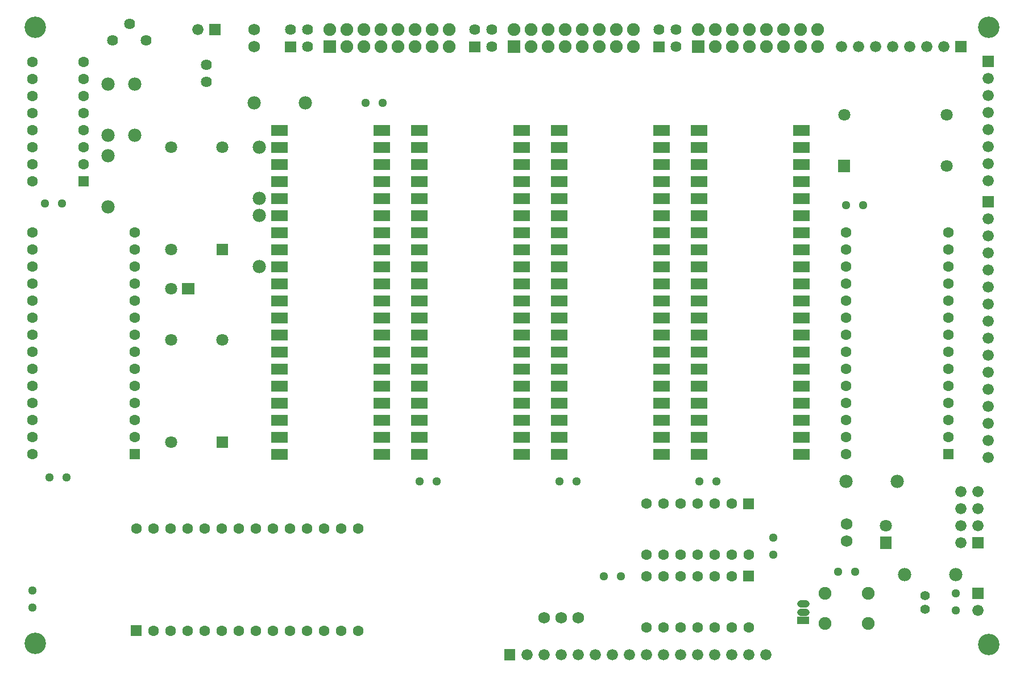
<source format=gts>
G04 Layer: TopSolderMaskLayer*
G04 EasyEDA v6.4.25, 2021-11-27T09:28:47--8:00*
G04 2bb479a7f6b54dcc958ccff802dfd9b2,a81d661f06f64e70a3419793c5b4ef82,10*
G04 Gerber Generator version 0.2*
G04 Scale: 100 percent, Rotated: No, Reflected: No *
G04 Dimensions in millimeters *
G04 leading zeros omitted , absolute positions ,4 integer and 5 decimal *
%FSLAX45Y45*%
%MOMM*%

%ADD44C,1.1032*%
%ADD45C,1.9812*%
%ADD46R,1.6002X1.6002*%
%ADD47C,1.6002*%
%ADD48C,3.2032*%
%ADD50C,1.6256*%
%ADD51C,1.4016*%
%ADD52C,1.7526*%
%ADD53R,1.8032X1.8032*%
%ADD54C,1.8032*%
%ADD56C,1.8016*%
%ADD58R,1.6764X1.6764*%
%ADD59C,1.6764*%
%ADD60C,1.2954*%
%ADD62C,1.9016*%
%ADD64C,1.7272*%

%LPD*%
D44*
X11801401Y1016000D02*
G01*
X11871401Y1016000D01*
X11801401Y889000D02*
G01*
X11871401Y889000D01*
D45*
G01*
X1879600Y8750300D03*
G01*
X1879600Y7988300D03*
G01*
X1485900Y6921500D03*
G01*
X1485900Y7683500D03*
G36*
X10943590Y1342389D02*
G01*
X10943590Y1502410D01*
X11103609Y1502410D01*
X11103609Y1342389D01*
G37*
D47*
G01*
X10769600Y1422400D03*
G01*
X10515600Y1422400D03*
G01*
X10261600Y1422400D03*
G01*
X10007600Y1422400D03*
G01*
X9753600Y1422400D03*
G01*
X9499600Y1422400D03*
G01*
X9499600Y660400D03*
G01*
X9753600Y660400D03*
G01*
X10007600Y660400D03*
G01*
X10261600Y660400D03*
G01*
X10515600Y660400D03*
G01*
X10769600Y660400D03*
G01*
X11023600Y660400D03*
G36*
X10943590Y2421889D02*
G01*
X10943590Y2581910D01*
X11103609Y2581910D01*
X11103609Y2421889D01*
G37*
G01*
X10769600Y2501900D03*
G01*
X10515600Y2501900D03*
G01*
X10261600Y2501900D03*
G01*
X10007600Y2501900D03*
G01*
X9753600Y2501900D03*
G01*
X9499600Y2501900D03*
G01*
X9499600Y1739900D03*
G01*
X9753600Y1739900D03*
G01*
X10007600Y1739900D03*
G01*
X10261600Y1739900D03*
G01*
X10515600Y1739900D03*
G01*
X10769600Y1739900D03*
G01*
X11023600Y1739900D03*
D48*
G01*
X399999Y9600001D03*
G01*
X14599920Y9599929D03*
G01*
X400050Y419100D03*
G01*
X14599920Y400050D03*
G36*
X3918458Y7984236D02*
G01*
X3918458Y8144510D01*
X4158741Y8144510D01*
X4158741Y7984236D01*
G37*
G36*
X3918458Y7730236D02*
G01*
X3918458Y7890510D01*
X4158741Y7890510D01*
X4158741Y7730236D01*
G37*
G36*
X3918458Y7476236D02*
G01*
X3918458Y7636510D01*
X4158741Y7636510D01*
X4158741Y7476236D01*
G37*
G36*
X3918458Y7222236D02*
G01*
X3918458Y7382510D01*
X4158741Y7382510D01*
X4158741Y7222236D01*
G37*
G36*
X3918458Y6968236D02*
G01*
X3918458Y7128510D01*
X4158741Y7128510D01*
X4158741Y6968236D01*
G37*
G36*
X3918458Y6714236D02*
G01*
X3918458Y6874510D01*
X4158741Y6874510D01*
X4158741Y6714236D01*
G37*
G36*
X3918458Y6460236D02*
G01*
X3918458Y6620510D01*
X4158741Y6620510D01*
X4158741Y6460236D01*
G37*
G36*
X3918458Y6206236D02*
G01*
X3918458Y6366510D01*
X4158741Y6366510D01*
X4158741Y6206236D01*
G37*
G36*
X3918458Y5952236D02*
G01*
X3918458Y6112510D01*
X4158741Y6112510D01*
X4158741Y5952236D01*
G37*
G36*
X3918458Y5698236D02*
G01*
X3918458Y5858510D01*
X4158741Y5858510D01*
X4158741Y5698236D01*
G37*
G36*
X3918458Y5444236D02*
G01*
X3918458Y5604510D01*
X4158741Y5604510D01*
X4158741Y5444236D01*
G37*
G36*
X3918458Y5190236D02*
G01*
X3918458Y5350510D01*
X4158741Y5350510D01*
X4158741Y5190236D01*
G37*
G36*
X3918458Y4936236D02*
G01*
X3918458Y5096510D01*
X4158741Y5096510D01*
X4158741Y4936236D01*
G37*
G36*
X3918458Y4682236D02*
G01*
X3918458Y4842510D01*
X4158741Y4842510D01*
X4158741Y4682236D01*
G37*
G36*
X3918458Y4428236D02*
G01*
X3918458Y4588510D01*
X4158741Y4588510D01*
X4158741Y4428236D01*
G37*
G36*
X3918458Y4174236D02*
G01*
X3918458Y4334510D01*
X4158741Y4334510D01*
X4158741Y4174236D01*
G37*
G36*
X3918458Y3920236D02*
G01*
X3918458Y4080510D01*
X4158741Y4080510D01*
X4158741Y3920236D01*
G37*
G36*
X3918458Y3666236D02*
G01*
X3918458Y3826510D01*
X4158741Y3826510D01*
X4158741Y3666236D01*
G37*
G36*
X3918458Y3412236D02*
G01*
X3918458Y3572510D01*
X4158741Y3572510D01*
X4158741Y3412236D01*
G37*
G36*
X3918458Y3158236D02*
G01*
X3918458Y3318510D01*
X4158741Y3318510D01*
X4158741Y3158236D01*
G37*
G36*
X5442458Y3158236D02*
G01*
X5442458Y3318510D01*
X5682741Y3318510D01*
X5682741Y3158236D01*
G37*
G36*
X5442458Y3412236D02*
G01*
X5442458Y3572510D01*
X5682741Y3572510D01*
X5682741Y3412236D01*
G37*
G36*
X5442458Y3666236D02*
G01*
X5442458Y3826510D01*
X5682741Y3826510D01*
X5682741Y3666236D01*
G37*
G36*
X5442458Y3920236D02*
G01*
X5442458Y4080510D01*
X5682741Y4080510D01*
X5682741Y3920236D01*
G37*
G36*
X5442458Y4174236D02*
G01*
X5442458Y4334510D01*
X5682741Y4334510D01*
X5682741Y4174236D01*
G37*
G36*
X5442458Y4428236D02*
G01*
X5442458Y4588510D01*
X5682741Y4588510D01*
X5682741Y4428236D01*
G37*
G36*
X5442458Y4682236D02*
G01*
X5442458Y4842510D01*
X5682741Y4842510D01*
X5682741Y4682236D01*
G37*
G36*
X5442458Y4936236D02*
G01*
X5442458Y5096510D01*
X5682741Y5096510D01*
X5682741Y4936236D01*
G37*
G36*
X5442458Y5190236D02*
G01*
X5442458Y5350510D01*
X5682741Y5350510D01*
X5682741Y5190236D01*
G37*
G36*
X5442458Y5444236D02*
G01*
X5442458Y5604510D01*
X5682741Y5604510D01*
X5682741Y5444236D01*
G37*
G36*
X5442458Y5698236D02*
G01*
X5442458Y5858510D01*
X5682741Y5858510D01*
X5682741Y5698236D01*
G37*
G36*
X5442458Y5952236D02*
G01*
X5442458Y6112510D01*
X5682741Y6112510D01*
X5682741Y5952236D01*
G37*
G36*
X5442458Y6206236D02*
G01*
X5442458Y6366510D01*
X5682741Y6366510D01*
X5682741Y6206236D01*
G37*
G36*
X5442458Y6460236D02*
G01*
X5442458Y6620510D01*
X5682741Y6620510D01*
X5682741Y6460236D01*
G37*
G36*
X5442458Y6714236D02*
G01*
X5442458Y6874510D01*
X5682741Y6874510D01*
X5682741Y6714236D01*
G37*
G36*
X5442458Y6968236D02*
G01*
X5442458Y7128510D01*
X5682741Y7128510D01*
X5682741Y6968236D01*
G37*
G36*
X5442458Y7222236D02*
G01*
X5442458Y7382510D01*
X5682741Y7382510D01*
X5682741Y7222236D01*
G37*
G36*
X5442458Y7476236D02*
G01*
X5442458Y7636510D01*
X5682741Y7636510D01*
X5682741Y7476236D01*
G37*
G36*
X5442458Y7730236D02*
G01*
X5442458Y7890510D01*
X5682741Y7890510D01*
X5682741Y7730236D01*
G37*
G36*
X5442458Y7984236D02*
G01*
X5442458Y8144510D01*
X5682741Y8144510D01*
X5682741Y7984236D01*
G37*
G36*
X6001258Y7984236D02*
G01*
X6001258Y8144510D01*
X6241541Y8144510D01*
X6241541Y7984236D01*
G37*
G36*
X6001258Y7730236D02*
G01*
X6001258Y7890510D01*
X6241541Y7890510D01*
X6241541Y7730236D01*
G37*
G36*
X6001258Y7476236D02*
G01*
X6001258Y7636510D01*
X6241541Y7636510D01*
X6241541Y7476236D01*
G37*
G36*
X6001258Y7222236D02*
G01*
X6001258Y7382510D01*
X6241541Y7382510D01*
X6241541Y7222236D01*
G37*
G36*
X6001258Y6968236D02*
G01*
X6001258Y7128510D01*
X6241541Y7128510D01*
X6241541Y6968236D01*
G37*
G36*
X6001258Y6714236D02*
G01*
X6001258Y6874510D01*
X6241541Y6874510D01*
X6241541Y6714236D01*
G37*
G36*
X6001258Y6460236D02*
G01*
X6001258Y6620510D01*
X6241541Y6620510D01*
X6241541Y6460236D01*
G37*
G36*
X6001258Y6206236D02*
G01*
X6001258Y6366510D01*
X6241541Y6366510D01*
X6241541Y6206236D01*
G37*
G36*
X6001258Y5952236D02*
G01*
X6001258Y6112510D01*
X6241541Y6112510D01*
X6241541Y5952236D01*
G37*
G36*
X6001258Y5698236D02*
G01*
X6001258Y5858510D01*
X6241541Y5858510D01*
X6241541Y5698236D01*
G37*
G36*
X6001258Y5444236D02*
G01*
X6001258Y5604510D01*
X6241541Y5604510D01*
X6241541Y5444236D01*
G37*
G36*
X6001258Y5190236D02*
G01*
X6001258Y5350510D01*
X6241541Y5350510D01*
X6241541Y5190236D01*
G37*
G36*
X6001258Y4936236D02*
G01*
X6001258Y5096510D01*
X6241541Y5096510D01*
X6241541Y4936236D01*
G37*
G36*
X6001258Y4682236D02*
G01*
X6001258Y4842510D01*
X6241541Y4842510D01*
X6241541Y4682236D01*
G37*
G36*
X6001258Y4428236D02*
G01*
X6001258Y4588510D01*
X6241541Y4588510D01*
X6241541Y4428236D01*
G37*
G36*
X6001258Y4174236D02*
G01*
X6001258Y4334510D01*
X6241541Y4334510D01*
X6241541Y4174236D01*
G37*
G36*
X6001258Y3920236D02*
G01*
X6001258Y4080510D01*
X6241541Y4080510D01*
X6241541Y3920236D01*
G37*
G36*
X6001258Y3666236D02*
G01*
X6001258Y3826510D01*
X6241541Y3826510D01*
X6241541Y3666236D01*
G37*
G36*
X6001258Y3412236D02*
G01*
X6001258Y3572510D01*
X6241541Y3572510D01*
X6241541Y3412236D01*
G37*
G36*
X6001258Y3158236D02*
G01*
X6001258Y3318510D01*
X6241541Y3318510D01*
X6241541Y3158236D01*
G37*
G36*
X7525258Y3158236D02*
G01*
X7525258Y3318510D01*
X7765541Y3318510D01*
X7765541Y3158236D01*
G37*
G36*
X7525258Y3412236D02*
G01*
X7525258Y3572510D01*
X7765541Y3572510D01*
X7765541Y3412236D01*
G37*
G36*
X7525258Y3666236D02*
G01*
X7525258Y3826510D01*
X7765541Y3826510D01*
X7765541Y3666236D01*
G37*
G36*
X7525258Y3920236D02*
G01*
X7525258Y4080510D01*
X7765541Y4080510D01*
X7765541Y3920236D01*
G37*
G36*
X7525258Y4174236D02*
G01*
X7525258Y4334510D01*
X7765541Y4334510D01*
X7765541Y4174236D01*
G37*
G36*
X7525258Y4428236D02*
G01*
X7525258Y4588510D01*
X7765541Y4588510D01*
X7765541Y4428236D01*
G37*
G36*
X7525258Y4682236D02*
G01*
X7525258Y4842510D01*
X7765541Y4842510D01*
X7765541Y4682236D01*
G37*
G36*
X7525258Y4936236D02*
G01*
X7525258Y5096510D01*
X7765541Y5096510D01*
X7765541Y4936236D01*
G37*
G36*
X7525258Y5190236D02*
G01*
X7525258Y5350510D01*
X7765541Y5350510D01*
X7765541Y5190236D01*
G37*
G36*
X7525258Y5444236D02*
G01*
X7525258Y5604510D01*
X7765541Y5604510D01*
X7765541Y5444236D01*
G37*
G36*
X7525258Y5698236D02*
G01*
X7525258Y5858510D01*
X7765541Y5858510D01*
X7765541Y5698236D01*
G37*
G36*
X7525258Y5952236D02*
G01*
X7525258Y6112510D01*
X7765541Y6112510D01*
X7765541Y5952236D01*
G37*
G36*
X7525258Y6206236D02*
G01*
X7525258Y6366510D01*
X7765541Y6366510D01*
X7765541Y6206236D01*
G37*
G36*
X7525258Y6460236D02*
G01*
X7525258Y6620510D01*
X7765541Y6620510D01*
X7765541Y6460236D01*
G37*
G36*
X7525258Y6714236D02*
G01*
X7525258Y6874510D01*
X7765541Y6874510D01*
X7765541Y6714236D01*
G37*
G36*
X7525258Y6968236D02*
G01*
X7525258Y7128510D01*
X7765541Y7128510D01*
X7765541Y6968236D01*
G37*
G36*
X7525258Y7222236D02*
G01*
X7525258Y7382510D01*
X7765541Y7382510D01*
X7765541Y7222236D01*
G37*
G36*
X7525258Y7476236D02*
G01*
X7525258Y7636510D01*
X7765541Y7636510D01*
X7765541Y7476236D01*
G37*
G36*
X7525258Y7730236D02*
G01*
X7525258Y7890510D01*
X7765541Y7890510D01*
X7765541Y7730236D01*
G37*
G36*
X7525258Y7984236D02*
G01*
X7525258Y8144510D01*
X7765541Y8144510D01*
X7765541Y7984236D01*
G37*
G36*
X8084058Y7984236D02*
G01*
X8084058Y8144510D01*
X8324341Y8144510D01*
X8324341Y7984236D01*
G37*
G36*
X8084058Y7730236D02*
G01*
X8084058Y7890510D01*
X8324341Y7890510D01*
X8324341Y7730236D01*
G37*
G36*
X8084058Y7476236D02*
G01*
X8084058Y7636510D01*
X8324341Y7636510D01*
X8324341Y7476236D01*
G37*
G36*
X8084058Y7222236D02*
G01*
X8084058Y7382510D01*
X8324341Y7382510D01*
X8324341Y7222236D01*
G37*
G36*
X8084058Y6968236D02*
G01*
X8084058Y7128510D01*
X8324341Y7128510D01*
X8324341Y6968236D01*
G37*
G36*
X8084058Y6714236D02*
G01*
X8084058Y6874510D01*
X8324341Y6874510D01*
X8324341Y6714236D01*
G37*
G36*
X8084058Y6460236D02*
G01*
X8084058Y6620510D01*
X8324341Y6620510D01*
X8324341Y6460236D01*
G37*
G36*
X8084058Y6206236D02*
G01*
X8084058Y6366510D01*
X8324341Y6366510D01*
X8324341Y6206236D01*
G37*
G36*
X8084058Y5952236D02*
G01*
X8084058Y6112510D01*
X8324341Y6112510D01*
X8324341Y5952236D01*
G37*
G36*
X8084058Y5698236D02*
G01*
X8084058Y5858510D01*
X8324341Y5858510D01*
X8324341Y5698236D01*
G37*
G36*
X8084058Y5444236D02*
G01*
X8084058Y5604510D01*
X8324341Y5604510D01*
X8324341Y5444236D01*
G37*
G36*
X8084058Y5190236D02*
G01*
X8084058Y5350510D01*
X8324341Y5350510D01*
X8324341Y5190236D01*
G37*
G36*
X8084058Y4936236D02*
G01*
X8084058Y5096510D01*
X8324341Y5096510D01*
X8324341Y4936236D01*
G37*
G36*
X8084058Y4682236D02*
G01*
X8084058Y4842510D01*
X8324341Y4842510D01*
X8324341Y4682236D01*
G37*
G36*
X8084058Y4428236D02*
G01*
X8084058Y4588510D01*
X8324341Y4588510D01*
X8324341Y4428236D01*
G37*
G36*
X8084058Y4174236D02*
G01*
X8084058Y4334510D01*
X8324341Y4334510D01*
X8324341Y4174236D01*
G37*
G36*
X8084058Y3920236D02*
G01*
X8084058Y4080510D01*
X8324341Y4080510D01*
X8324341Y3920236D01*
G37*
G36*
X8084058Y3666236D02*
G01*
X8084058Y3826510D01*
X8324341Y3826510D01*
X8324341Y3666236D01*
G37*
G36*
X8084058Y3412236D02*
G01*
X8084058Y3572510D01*
X8324341Y3572510D01*
X8324341Y3412236D01*
G37*
G36*
X8084058Y3158236D02*
G01*
X8084058Y3318510D01*
X8324341Y3318510D01*
X8324341Y3158236D01*
G37*
G36*
X9608058Y3158236D02*
G01*
X9608058Y3318510D01*
X9848341Y3318510D01*
X9848341Y3158236D01*
G37*
G36*
X9608058Y3412236D02*
G01*
X9608058Y3572510D01*
X9848341Y3572510D01*
X9848341Y3412236D01*
G37*
G36*
X9608058Y3666236D02*
G01*
X9608058Y3826510D01*
X9848341Y3826510D01*
X9848341Y3666236D01*
G37*
G36*
X9608058Y3920236D02*
G01*
X9608058Y4080510D01*
X9848341Y4080510D01*
X9848341Y3920236D01*
G37*
G36*
X9608058Y4174236D02*
G01*
X9608058Y4334510D01*
X9848341Y4334510D01*
X9848341Y4174236D01*
G37*
G36*
X9608058Y4428236D02*
G01*
X9608058Y4588510D01*
X9848341Y4588510D01*
X9848341Y4428236D01*
G37*
G36*
X9608058Y4682236D02*
G01*
X9608058Y4842510D01*
X9848341Y4842510D01*
X9848341Y4682236D01*
G37*
G36*
X9608058Y4936236D02*
G01*
X9608058Y5096510D01*
X9848341Y5096510D01*
X9848341Y4936236D01*
G37*
G36*
X9608058Y5190236D02*
G01*
X9608058Y5350510D01*
X9848341Y5350510D01*
X9848341Y5190236D01*
G37*
G36*
X9608058Y5444236D02*
G01*
X9608058Y5604510D01*
X9848341Y5604510D01*
X9848341Y5444236D01*
G37*
G36*
X9608058Y5698236D02*
G01*
X9608058Y5858510D01*
X9848341Y5858510D01*
X9848341Y5698236D01*
G37*
G36*
X9608058Y5952236D02*
G01*
X9608058Y6112510D01*
X9848341Y6112510D01*
X9848341Y5952236D01*
G37*
G36*
X9608058Y6206236D02*
G01*
X9608058Y6366510D01*
X9848341Y6366510D01*
X9848341Y6206236D01*
G37*
G36*
X9608058Y6460236D02*
G01*
X9608058Y6620510D01*
X9848341Y6620510D01*
X9848341Y6460236D01*
G37*
G36*
X9608058Y6714236D02*
G01*
X9608058Y6874510D01*
X9848341Y6874510D01*
X9848341Y6714236D01*
G37*
G36*
X9608058Y6968236D02*
G01*
X9608058Y7128510D01*
X9848341Y7128510D01*
X9848341Y6968236D01*
G37*
G36*
X9608058Y7222236D02*
G01*
X9608058Y7382510D01*
X9848341Y7382510D01*
X9848341Y7222236D01*
G37*
G36*
X9608058Y7476236D02*
G01*
X9608058Y7636510D01*
X9848341Y7636510D01*
X9848341Y7476236D01*
G37*
G36*
X9608058Y7730236D02*
G01*
X9608058Y7890510D01*
X9848341Y7890510D01*
X9848341Y7730236D01*
G37*
G36*
X9608058Y7984236D02*
G01*
X9608058Y8144510D01*
X9848341Y8144510D01*
X9848341Y7984236D01*
G37*
G36*
X10166858Y7984236D02*
G01*
X10166858Y8144510D01*
X10407141Y8144510D01*
X10407141Y7984236D01*
G37*
G36*
X10166858Y7730236D02*
G01*
X10166858Y7890510D01*
X10407141Y7890510D01*
X10407141Y7730236D01*
G37*
G36*
X10166858Y7476236D02*
G01*
X10166858Y7636510D01*
X10407141Y7636510D01*
X10407141Y7476236D01*
G37*
G36*
X10166858Y7222236D02*
G01*
X10166858Y7382510D01*
X10407141Y7382510D01*
X10407141Y7222236D01*
G37*
G36*
X10166858Y6968236D02*
G01*
X10166858Y7128510D01*
X10407141Y7128510D01*
X10407141Y6968236D01*
G37*
G36*
X10166858Y6714236D02*
G01*
X10166858Y6874510D01*
X10407141Y6874510D01*
X10407141Y6714236D01*
G37*
G36*
X10166858Y6460236D02*
G01*
X10166858Y6620510D01*
X10407141Y6620510D01*
X10407141Y6460236D01*
G37*
G36*
X10166858Y6206236D02*
G01*
X10166858Y6366510D01*
X10407141Y6366510D01*
X10407141Y6206236D01*
G37*
G36*
X10166858Y5952236D02*
G01*
X10166858Y6112510D01*
X10407141Y6112510D01*
X10407141Y5952236D01*
G37*
G36*
X10166858Y5698236D02*
G01*
X10166858Y5858510D01*
X10407141Y5858510D01*
X10407141Y5698236D01*
G37*
G36*
X10166858Y5444236D02*
G01*
X10166858Y5604510D01*
X10407141Y5604510D01*
X10407141Y5444236D01*
G37*
G36*
X10166858Y5190236D02*
G01*
X10166858Y5350510D01*
X10407141Y5350510D01*
X10407141Y5190236D01*
G37*
G36*
X10166858Y4936236D02*
G01*
X10166858Y5096510D01*
X10407141Y5096510D01*
X10407141Y4936236D01*
G37*
G36*
X10166858Y4682236D02*
G01*
X10166858Y4842510D01*
X10407141Y4842510D01*
X10407141Y4682236D01*
G37*
G36*
X10166858Y4428236D02*
G01*
X10166858Y4588510D01*
X10407141Y4588510D01*
X10407141Y4428236D01*
G37*
G36*
X10166858Y4174236D02*
G01*
X10166858Y4334510D01*
X10407141Y4334510D01*
X10407141Y4174236D01*
G37*
G36*
X10166858Y3920236D02*
G01*
X10166858Y4080510D01*
X10407141Y4080510D01*
X10407141Y3920236D01*
G37*
G36*
X10166858Y3666236D02*
G01*
X10166858Y3826510D01*
X10407141Y3826510D01*
X10407141Y3666236D01*
G37*
G36*
X10166858Y3412236D02*
G01*
X10166858Y3572510D01*
X10407141Y3572510D01*
X10407141Y3412236D01*
G37*
G36*
X10166858Y3158236D02*
G01*
X10166858Y3318510D01*
X10407141Y3318510D01*
X10407141Y3158236D01*
G37*
G36*
X11690858Y3158236D02*
G01*
X11690858Y3318510D01*
X11931141Y3318510D01*
X11931141Y3158236D01*
G37*
G36*
X11690858Y3412236D02*
G01*
X11690858Y3572510D01*
X11931141Y3572510D01*
X11931141Y3412236D01*
G37*
G36*
X11690858Y3666236D02*
G01*
X11690858Y3826510D01*
X11931141Y3826510D01*
X11931141Y3666236D01*
G37*
G36*
X11690858Y3920236D02*
G01*
X11690858Y4080510D01*
X11931141Y4080510D01*
X11931141Y3920236D01*
G37*
G36*
X11690858Y4174236D02*
G01*
X11690858Y4334510D01*
X11931141Y4334510D01*
X11931141Y4174236D01*
G37*
G36*
X11690858Y4428236D02*
G01*
X11690858Y4588510D01*
X11931141Y4588510D01*
X11931141Y4428236D01*
G37*
G36*
X11690858Y4682236D02*
G01*
X11690858Y4842510D01*
X11931141Y4842510D01*
X11931141Y4682236D01*
G37*
G36*
X11690858Y4936236D02*
G01*
X11690858Y5096510D01*
X11931141Y5096510D01*
X11931141Y4936236D01*
G37*
G36*
X11690858Y5190236D02*
G01*
X11690858Y5350510D01*
X11931141Y5350510D01*
X11931141Y5190236D01*
G37*
G36*
X11690858Y5444236D02*
G01*
X11690858Y5604510D01*
X11931141Y5604510D01*
X11931141Y5444236D01*
G37*
G36*
X11690858Y5698236D02*
G01*
X11690858Y5858510D01*
X11931141Y5858510D01*
X11931141Y5698236D01*
G37*
G36*
X11690858Y5952236D02*
G01*
X11690858Y6112510D01*
X11931141Y6112510D01*
X11931141Y5952236D01*
G37*
G36*
X11690858Y6206236D02*
G01*
X11690858Y6366510D01*
X11931141Y6366510D01*
X11931141Y6206236D01*
G37*
G36*
X11690858Y6460236D02*
G01*
X11690858Y6620510D01*
X11931141Y6620510D01*
X11931141Y6460236D01*
G37*
G36*
X11690858Y6714236D02*
G01*
X11690858Y6874510D01*
X11931141Y6874510D01*
X11931141Y6714236D01*
G37*
G36*
X11690858Y6968236D02*
G01*
X11690858Y7128510D01*
X11931141Y7128510D01*
X11931141Y6968236D01*
G37*
G36*
X11690858Y7222236D02*
G01*
X11690858Y7382510D01*
X11931141Y7382510D01*
X11931141Y7222236D01*
G37*
G36*
X11690858Y7476236D02*
G01*
X11690858Y7636510D01*
X11931141Y7636510D01*
X11931141Y7476236D01*
G37*
G36*
X11690858Y7730236D02*
G01*
X11690858Y7890510D01*
X11931141Y7890510D01*
X11931141Y7730236D01*
G37*
G36*
X11690858Y7984236D02*
G01*
X11690858Y8144510D01*
X11931141Y8144510D01*
X11931141Y7984236D01*
G37*
D46*
G01*
X1117600Y7302500D03*
D47*
G01*
X1117600Y7556500D03*
G01*
X1117600Y7810500D03*
G01*
X1117600Y8064500D03*
G01*
X1117600Y8318500D03*
G01*
X1117600Y8572500D03*
G01*
X1117600Y8826500D03*
G01*
X1117600Y9080500D03*
G01*
X355600Y9080500D03*
G01*
X355600Y8826500D03*
G01*
X355600Y8572500D03*
G01*
X355600Y8318500D03*
G01*
X355600Y8064500D03*
G01*
X355600Y7810500D03*
G01*
X355600Y7556500D03*
G01*
X355600Y7302500D03*
D50*
G01*
X2946400Y8788400D03*
G01*
X2946400Y9042400D03*
D45*
G01*
X1485900Y8750300D03*
G01*
X1485900Y7988300D03*
D51*
G01*
X13652500Y928700D03*
G01*
X13652500Y1128699D03*
D52*
G01*
X12484100Y2197100D03*
G01*
X12484100Y1943100D03*
G01*
X3657600Y9309100D03*
G01*
X3657600Y9563100D03*
D46*
G01*
X13995400Y3238500D03*
D47*
G01*
X13995400Y3492500D03*
G01*
X13995400Y3746500D03*
G01*
X13995400Y4000500D03*
G01*
X13995400Y4254500D03*
G01*
X13995400Y4508500D03*
G01*
X13995400Y4762500D03*
G01*
X13995400Y5016500D03*
G01*
X13995400Y5270500D03*
G01*
X13995400Y5524500D03*
G01*
X13995400Y5778500D03*
G01*
X13995400Y6032500D03*
G01*
X13995400Y6286500D03*
G01*
X13995400Y6540500D03*
G01*
X12471400Y6540500D03*
G01*
X12471400Y6286500D03*
G01*
X12471400Y6032500D03*
G01*
X12471400Y5778500D03*
G01*
X12471400Y5524500D03*
G01*
X12471400Y5270500D03*
G01*
X12471400Y5016500D03*
G01*
X12471400Y4762500D03*
G01*
X12471400Y4508500D03*
G01*
X12471400Y4254500D03*
G01*
X12471400Y4000500D03*
G01*
X12471400Y3746500D03*
G01*
X12471400Y3492500D03*
G01*
X12471400Y3238500D03*
G36*
X1824989Y529589D02*
G01*
X1824989Y689610D01*
X1985009Y689610D01*
X1985009Y529589D01*
G37*
G01*
X2159000Y609600D03*
G01*
X2413000Y609600D03*
G01*
X2667000Y609600D03*
G01*
X2921000Y609600D03*
G01*
X3175000Y609600D03*
G01*
X3429000Y609600D03*
G01*
X3683000Y609600D03*
G01*
X3937000Y609600D03*
G01*
X4191000Y609600D03*
G01*
X4445000Y609600D03*
G01*
X4699000Y609600D03*
G01*
X4953000Y609600D03*
G01*
X5207000Y609600D03*
G01*
X5207000Y2133600D03*
G01*
X4953000Y2133600D03*
G01*
X4699000Y2133600D03*
G01*
X4445000Y2133600D03*
G01*
X4191000Y2133600D03*
G01*
X3937000Y2133600D03*
G01*
X3683000Y2133600D03*
G01*
X3429000Y2133600D03*
G01*
X3175000Y2133600D03*
G01*
X2921000Y2133600D03*
G01*
X2667000Y2133600D03*
G01*
X2413000Y2133600D03*
G01*
X2159000Y2133600D03*
G01*
X1905000Y2133600D03*
D46*
G01*
X1879600Y3238500D03*
D47*
G01*
X1879600Y3492500D03*
G01*
X1879600Y3746500D03*
G01*
X1879600Y4000500D03*
G01*
X1879600Y4254500D03*
G01*
X1879600Y4508500D03*
G01*
X1879600Y4762500D03*
G01*
X1879600Y5016500D03*
G01*
X1879600Y5270500D03*
G01*
X1879600Y5524500D03*
G01*
X1879600Y5778500D03*
G01*
X1879600Y6032500D03*
G01*
X1879600Y6286500D03*
G01*
X1879600Y6540500D03*
G01*
X355600Y6540500D03*
G01*
X355600Y6286500D03*
G01*
X355600Y6032500D03*
G01*
X355600Y5778500D03*
G01*
X355600Y5524500D03*
G01*
X355600Y5270500D03*
G01*
X355600Y5016500D03*
G01*
X355600Y4762500D03*
G01*
X355600Y4508500D03*
G01*
X355600Y4254500D03*
G01*
X355600Y4000500D03*
G01*
X355600Y3746500D03*
G01*
X355600Y3492500D03*
G01*
X355600Y3238500D03*
D53*
G01*
X3187700Y3416300D03*
D54*
G01*
X2425700Y3416300D03*
G01*
X2425700Y4940300D03*
G01*
X3187700Y4940300D03*
G36*
X12355829Y7440929D02*
G01*
X12355829Y7621270D01*
X12536170Y7621270D01*
X12536170Y7440929D01*
G37*
G01*
X12446000Y8293100D03*
G01*
X13970000Y8293100D03*
G01*
X13970000Y7531100D03*
D53*
G01*
X3187700Y6286500D03*
D54*
G01*
X2425700Y6286500D03*
G01*
X2425700Y7810500D03*
G01*
X3187700Y7810500D03*
G36*
X2589529Y5618479D02*
G01*
X2589529Y5786120D01*
X2769870Y5786120D01*
X2769870Y5618479D01*
G37*
D56*
G01*
X2425700Y5702300D03*
G36*
X12984479Y1827529D02*
G01*
X12984479Y2007870D01*
X13152120Y2007870D01*
X13152120Y1827529D01*
G37*
G01*
X13068300Y2171700D03*
D58*
G01*
X14439900Y1917700D03*
D59*
G01*
X14185900Y1917700D03*
G01*
X14439900Y2171700D03*
G01*
X14185900Y2171700D03*
G01*
X14439900Y2425700D03*
G01*
X14185900Y2425700D03*
G01*
X14439900Y2679700D03*
G01*
X14185900Y2679700D03*
D60*
G01*
X5321300Y8470900D03*
G01*
X5575300Y8470900D03*
G01*
X355600Y1206500D03*
G01*
X355600Y952500D03*
G01*
X609600Y2895600D03*
G01*
X863600Y2895600D03*
G01*
X6121400Y2832100D03*
G01*
X6375400Y2832100D03*
G01*
X8204200Y2832100D03*
G01*
X8458200Y2832100D03*
G01*
X10287000Y2832100D03*
G01*
X10541000Y2832100D03*
G01*
X12725400Y6946900D03*
G01*
X12471400Y6946900D03*
G01*
X8864600Y1422400D03*
G01*
X9118600Y1422400D03*
G01*
X11391900Y1739900D03*
G01*
X11391900Y1993900D03*
G01*
X546100Y6972300D03*
G01*
X800100Y6972300D03*
G01*
X14109700Y1168400D03*
G01*
X14109700Y914400D03*
G01*
X12611100Y1485900D03*
G01*
X12357100Y1485900D03*
G36*
X14508479Y9009379D02*
G01*
X14508479Y9177020D01*
X14676120Y9177020D01*
X14676120Y9009379D01*
G37*
D59*
G01*
X14592300Y8839200D03*
G01*
X14592300Y8585200D03*
G01*
X14592300Y8331200D03*
G01*
X14592300Y8077200D03*
G01*
X14592300Y7823200D03*
G01*
X14592300Y7569200D03*
G01*
X14592300Y7315200D03*
G36*
X14102079Y9225279D02*
G01*
X14102079Y9392920D01*
X14269720Y9392920D01*
X14269720Y9225279D01*
G37*
G01*
X13931900Y9309100D03*
G01*
X13677900Y9309100D03*
G01*
X13423900Y9309100D03*
G01*
X13169900Y9309100D03*
G01*
X12915900Y9309100D03*
G01*
X12661900Y9309100D03*
G01*
X12407900Y9309100D03*
G36*
X7383779Y170179D02*
G01*
X7383779Y337820D01*
X7551420Y337820D01*
X7551420Y170179D01*
G37*
G01*
X7721600Y254000D03*
G01*
X7975600Y254000D03*
G01*
X8229600Y254000D03*
G01*
X8483600Y254000D03*
G01*
X8737600Y254000D03*
G01*
X8991600Y254000D03*
G01*
X9245600Y254000D03*
G01*
X9499600Y254000D03*
G01*
X9753600Y254000D03*
G01*
X10007600Y254000D03*
G01*
X10261600Y254000D03*
G01*
X10515600Y254000D03*
G01*
X10769600Y254000D03*
G01*
X11023600Y254000D03*
G01*
X11277600Y254000D03*
G36*
X14508479Y6913879D02*
G01*
X14508479Y7081520D01*
X14676120Y7081520D01*
X14676120Y6913879D01*
G37*
G01*
X14592300Y6743700D03*
G01*
X14592300Y6489700D03*
G01*
X14592300Y6235700D03*
G01*
X14592300Y5981700D03*
G01*
X14592300Y5727700D03*
G01*
X14592300Y5473700D03*
G01*
X14592300Y5219700D03*
G01*
X14592300Y4965700D03*
G01*
X14592300Y4711700D03*
G01*
X14592300Y4457700D03*
G01*
X14592300Y4203700D03*
G01*
X14592300Y3949700D03*
G01*
X14592300Y3695700D03*
G01*
X14592300Y3441700D03*
G01*
X14592300Y3187700D03*
G36*
X4122420Y9227820D02*
G01*
X4122420Y9390379D01*
X4284979Y9390379D01*
X4284979Y9227820D01*
G37*
D50*
G01*
X4203700Y9563100D03*
G01*
X4457700Y9309100D03*
G01*
X4457700Y9563100D03*
G36*
X6865620Y9227820D02*
G01*
X6865620Y9390379D01*
X7028179Y9390379D01*
X7028179Y9227820D01*
G37*
G01*
X6946900Y9563100D03*
G01*
X7200900Y9309100D03*
G01*
X7200900Y9563100D03*
G36*
X9608820Y9227820D02*
G01*
X9608820Y9390379D01*
X9771379Y9390379D01*
X9771379Y9227820D01*
G37*
G01*
X9690100Y9563100D03*
G01*
X9944100Y9309100D03*
G01*
X9944100Y9563100D03*
G36*
X14356079Y1084579D02*
G01*
X14356079Y1252220D01*
X14523720Y1252220D01*
X14523720Y1084579D01*
G37*
D59*
G01*
X14439900Y914400D03*
D58*
G01*
X3073400Y9563100D03*
D59*
G01*
X2819400Y9563100D03*
D62*
G01*
X6565900Y9563100D03*
G01*
X6565900Y9309100D03*
G01*
X6311900Y9563100D03*
G01*
X6311900Y9309100D03*
G01*
X6057900Y9563100D03*
G01*
X6057900Y9309100D03*
G01*
X5803900Y9563100D03*
G01*
X5803900Y9309100D03*
G01*
X5549900Y9563100D03*
G01*
X5549900Y9309100D03*
G01*
X5295900Y9563100D03*
G01*
X5295900Y9309100D03*
G01*
X5041900Y9563100D03*
G01*
X5041900Y9309100D03*
G01*
X4787900Y9563100D03*
G36*
X4692904Y9214104D02*
G01*
X4692904Y9404095D01*
X4882895Y9404095D01*
X4882895Y9214104D01*
G37*
G01*
X9309100Y9563100D03*
G01*
X9309100Y9309100D03*
G01*
X9055100Y9563100D03*
G01*
X9055100Y9309100D03*
G01*
X8801100Y9563100D03*
G01*
X8801100Y9309100D03*
G01*
X8547100Y9563100D03*
G01*
X8547100Y9309100D03*
G01*
X8293100Y9563100D03*
G01*
X8293100Y9309100D03*
G01*
X8039100Y9563100D03*
G01*
X8039100Y9309100D03*
G01*
X7785100Y9563100D03*
G01*
X7785100Y9309100D03*
G01*
X7531100Y9563100D03*
G36*
X7436104Y9214104D02*
G01*
X7436104Y9404095D01*
X7626095Y9404095D01*
X7626095Y9214104D01*
G37*
G01*
X12052300Y9563100D03*
G01*
X12052300Y9309100D03*
G01*
X11798300Y9563100D03*
G01*
X11798300Y9309100D03*
G01*
X11544300Y9563100D03*
G01*
X11544300Y9309100D03*
G01*
X11290300Y9563100D03*
G01*
X11290300Y9309100D03*
G01*
X11036300Y9563100D03*
G01*
X11036300Y9309100D03*
G01*
X10782300Y9563100D03*
G01*
X10782300Y9309100D03*
G01*
X10528300Y9563100D03*
G01*
X10528300Y9309100D03*
G01*
X10274300Y9563100D03*
G36*
X10179304Y9214104D02*
G01*
X10179304Y9404095D01*
X10369295Y9404095D01*
X10369295Y9214104D01*
G37*
D64*
G01*
X7975600Y800100D03*
G01*
X8229600Y800100D03*
G01*
X8483600Y800100D03*
D45*
G01*
X3657600Y8470900D03*
G01*
X4419600Y8470900D03*
G01*
X3733800Y7810500D03*
G01*
X3733800Y7048500D03*
G01*
X13347700Y1447800D03*
G01*
X14109700Y1447800D03*
G01*
X3733800Y6794500D03*
G01*
X3733800Y6032500D03*
G01*
X12471400Y2832100D03*
G01*
X13233400Y2832100D03*
D62*
G01*
X12158979Y1164844D03*
G01*
X12158979Y714755D03*
G01*
X12809220Y1164844D03*
G01*
X12809220Y714755D03*
D50*
G01*
X1803425Y9649993D03*
G01*
X2053412Y9400006D03*
G01*
X1553413Y9400006D03*
G36*
X11746229Y706881D02*
G01*
X11746229Y817118D01*
X11926570Y817118D01*
X11926570Y706881D01*
G37*
M02*

</source>
